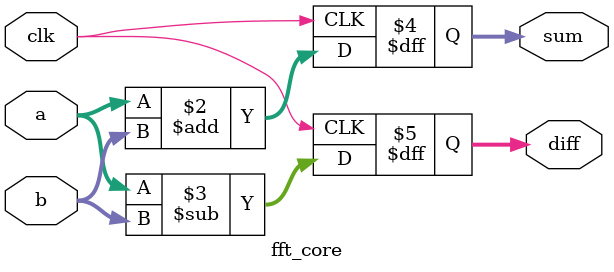
<source format=v>
module fft_core(
    input clk,
    input signed [7:0] a, // Échantillon 1
    input signed [7:0] b, // Échantillon 2
    output reg signed [7:0] sum, // A + B
    output reg signed [7:0] diff // A - B
);
    always @(posedge clk) begin
        sum  <= a + b;
        diff <= a - b;
    end
endmodule

</source>
